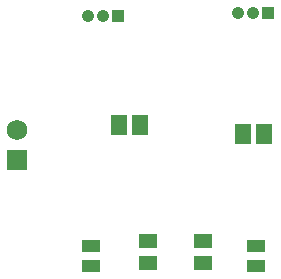
<source format=gts>
G04*
G04 #@! TF.GenerationSoftware,Altium Limited,Altium Designer,19.0.14 (431)*
G04*
G04 Layer_Color=8388736*
%FSLAX43Y43*%
%MOMM*%
G71*
G01*
G75*
%ADD16R,1.353X1.653*%
%ADD17R,1.603X1.253*%
%ADD18R,1.503X1.053*%
%ADD19C,1.753*%
%ADD20R,1.753X1.753*%
%ADD21R,1.050X1.050*%
%ADD22C,1.050*%
D16*
X21600Y15250D02*
D03*
X23400D02*
D03*
X11100Y16000D02*
D03*
X12900D02*
D03*
D17*
X18252Y4300D02*
D03*
Y6200D02*
D03*
X13601Y4300D02*
D03*
Y6200D02*
D03*
D18*
X22703Y4050D02*
D03*
Y5750D02*
D03*
X8750Y4050D02*
D03*
Y5750D02*
D03*
D19*
X2500Y15540D02*
D03*
D20*
Y13000D02*
D03*
D21*
X23770Y25500D02*
D03*
X11040Y25250D02*
D03*
D22*
X22500Y25500D02*
D03*
X21230D02*
D03*
X9770Y25250D02*
D03*
X8500D02*
D03*
M02*

</source>
